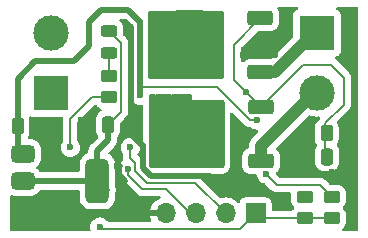
<source format=gbl>
G04 #@! TF.GenerationSoftware,KiCad,Pcbnew,7.0.11+dfsg-1build4*
G04 #@! TF.CreationDate,2025-07-05T19:07:05+02:00*
G04 #@! TF.ProjectId,25487,32353438-372e-46b6-9963-61645f706362,rev?*
G04 #@! TF.SameCoordinates,Original*
G04 #@! TF.FileFunction,Copper,L2,Bot*
G04 #@! TF.FilePolarity,Positive*
%FSLAX46Y46*%
G04 Gerber Fmt 4.6, Leading zero omitted, Abs format (unit mm)*
G04 Created by KiCad (PCBNEW 7.0.11+dfsg-1build4) date 2025-07-05 19:07:05*
%MOMM*%
%LPD*%
G01*
G04 APERTURE LIST*
G04 Aperture macros list*
%AMRoundRect*
0 Rectangle with rounded corners*
0 $1 Rounding radius*
0 $2 $3 $4 $5 $6 $7 $8 $9 X,Y pos of 4 corners*
0 Add a 4 corners polygon primitive as box body*
4,1,4,$2,$3,$4,$5,$6,$7,$8,$9,$2,$3,0*
0 Add four circle primitives for the rounded corners*
1,1,$1+$1,$2,$3*
1,1,$1+$1,$4,$5*
1,1,$1+$1,$6,$7*
1,1,$1+$1,$8,$9*
0 Add four rect primitives between the rounded corners*
20,1,$1+$1,$2,$3,$4,$5,0*
20,1,$1+$1,$4,$5,$6,$7,0*
20,1,$1+$1,$6,$7,$8,$9,0*
20,1,$1+$1,$8,$9,$2,$3,0*%
G04 Aperture macros list end*
G04 #@! TA.AperFunction,ComponentPad*
%ADD10R,1.700000X1.700000*%
G04 #@! TD*
G04 #@! TA.AperFunction,ComponentPad*
%ADD11O,1.700000X1.700000*%
G04 #@! TD*
G04 #@! TA.AperFunction,ComponentPad*
%ADD12R,3.000000X3.000000*%
G04 #@! TD*
G04 #@! TA.AperFunction,ComponentPad*
%ADD13C,3.000000*%
G04 #@! TD*
G04 #@! TA.AperFunction,SMDPad,CuDef*
%ADD14RoundRect,0.243750X0.456250X-0.243750X0.456250X0.243750X-0.456250X0.243750X-0.456250X-0.243750X0*%
G04 #@! TD*
G04 #@! TA.AperFunction,SMDPad,CuDef*
%ADD15RoundRect,0.250000X0.262500X0.450000X-0.262500X0.450000X-0.262500X-0.450000X0.262500X-0.450000X0*%
G04 #@! TD*
G04 #@! TA.AperFunction,SMDPad,CuDef*
%ADD16RoundRect,0.250000X-0.250000X-0.475000X0.250000X-0.475000X0.250000X0.475000X-0.250000X0.475000X0*%
G04 #@! TD*
G04 #@! TA.AperFunction,SMDPad,CuDef*
%ADD17RoundRect,0.250000X0.450000X-0.262500X0.450000X0.262500X-0.450000X0.262500X-0.450000X-0.262500X0*%
G04 #@! TD*
G04 #@! TA.AperFunction,SMDPad,CuDef*
%ADD18RoundRect,0.375000X-0.625000X-0.375000X0.625000X-0.375000X0.625000X0.375000X-0.625000X0.375000X0*%
G04 #@! TD*
G04 #@! TA.AperFunction,SMDPad,CuDef*
%ADD19RoundRect,0.500000X-0.500000X-1.400000X0.500000X-1.400000X0.500000X1.400000X-0.500000X1.400000X0*%
G04 #@! TD*
G04 #@! TA.AperFunction,SMDPad,CuDef*
%ADD20RoundRect,0.250000X-0.450000X0.262500X-0.450000X-0.262500X0.450000X-0.262500X0.450000X0.262500X0*%
G04 #@! TD*
G04 #@! TA.AperFunction,SMDPad,CuDef*
%ADD21RoundRect,0.250000X0.850000X0.350000X-0.850000X0.350000X-0.850000X-0.350000X0.850000X-0.350000X0*%
G04 #@! TD*
G04 #@! TA.AperFunction,SMDPad,CuDef*
%ADD22RoundRect,0.250000X1.275000X1.125000X-1.275000X1.125000X-1.275000X-1.125000X1.275000X-1.125000X0*%
G04 #@! TD*
G04 #@! TA.AperFunction,SMDPad,CuDef*
%ADD23RoundRect,0.249997X2.950003X2.650003X-2.950003X2.650003X-2.950003X-2.650003X2.950003X-2.650003X0*%
G04 #@! TD*
G04 #@! TA.AperFunction,SMDPad,CuDef*
%ADD24RoundRect,0.250000X0.250000X0.475000X-0.250000X0.475000X-0.250000X-0.475000X0.250000X-0.475000X0*%
G04 #@! TD*
G04 #@! TA.AperFunction,ViaPad*
%ADD25C,0.600000*%
G04 #@! TD*
G04 #@! TA.AperFunction,Conductor*
%ADD26C,0.500000*%
G04 #@! TD*
G04 #@! TA.AperFunction,Conductor*
%ADD27C,0.200000*%
G04 #@! TD*
G04 #@! TA.AperFunction,Conductor*
%ADD28C,1.000000*%
G04 #@! TD*
G04 APERTURE END LIST*
D10*
X121300000Y-118000000D03*
D11*
X118760000Y-118000000D03*
X116220000Y-118000000D03*
X113680000Y-118000000D03*
D12*
X104000000Y-107830000D03*
D13*
X104000000Y-102750000D03*
D12*
X126500000Y-102710000D03*
D13*
X126500000Y-107790000D03*
D14*
X108900000Y-104437500D03*
X108900000Y-102562500D03*
D15*
X127312500Y-111200000D03*
X125487500Y-111200000D03*
D16*
X125450000Y-113200000D03*
X127350000Y-113200000D03*
D17*
X127750000Y-118412500D03*
X127750000Y-116587500D03*
D18*
X101600000Y-117550000D03*
X101600000Y-115250000D03*
D19*
X107900000Y-115250000D03*
D18*
X101600000Y-112950000D03*
D17*
X125500000Y-118412500D03*
X125500000Y-116587500D03*
D20*
X108900000Y-106337500D03*
X108900000Y-108162500D03*
D21*
X121700000Y-101472500D03*
D22*
X117075000Y-105277500D03*
X117075000Y-102227500D03*
D23*
X115400000Y-103752500D03*
D22*
X113725000Y-105277500D03*
X113725000Y-102227500D03*
D21*
X121700000Y-106032500D03*
X121750000Y-109000000D03*
D22*
X117125000Y-112805000D03*
X117125000Y-109755000D03*
D23*
X115450000Y-111280000D03*
D22*
X113775000Y-112805000D03*
X113775000Y-109755000D03*
D21*
X121750000Y-113560000D03*
D16*
X108800000Y-110500000D03*
X110700000Y-110500000D03*
D24*
X103050000Y-110600000D03*
X101150000Y-110600000D03*
D25*
X120000000Y-112600000D03*
X127750000Y-115250000D03*
X106500000Y-110100000D03*
X111750000Y-112250000D03*
X123600000Y-112500000D03*
X128750000Y-103000000D03*
X128750000Y-103750000D03*
X107200000Y-110100000D03*
X107200000Y-110800000D03*
X129500000Y-103750000D03*
X122900000Y-104575000D03*
X120250000Y-104575000D03*
X110250000Y-101750000D03*
X127750000Y-114500000D03*
X128500000Y-115250000D03*
X103700000Y-114200000D03*
X106200000Y-114000000D03*
X101750000Y-116750000D03*
X128500000Y-114500000D03*
X106500000Y-110800000D03*
X129500000Y-103000000D03*
X109600000Y-114000000D03*
X111500000Y-101750000D03*
X121450000Y-110100000D03*
X111500000Y-108000000D03*
X108100000Y-119150000D03*
X107900000Y-116800000D03*
X113800000Y-108800000D03*
X113799997Y-108200000D03*
X113200000Y-108200000D03*
X113200000Y-108800000D03*
X110695000Y-112412500D03*
X110511291Y-114203178D03*
X120487500Y-107737500D03*
X116700000Y-103500000D03*
X116700000Y-101250000D03*
X116700000Y-102000000D03*
X116700000Y-102750000D03*
X122203611Y-114660000D03*
X125500000Y-116587500D03*
X105615000Y-112412500D03*
D26*
X120000000Y-112250000D02*
X120000000Y-112600000D01*
X112423122Y-114850000D02*
X117450000Y-114850000D01*
X110250000Y-101750000D02*
X110750000Y-102250000D01*
X110750000Y-102250000D02*
X110750000Y-111250000D01*
X110750000Y-111250000D02*
X111750000Y-112250000D01*
X109600000Y-114000000D02*
X109600000Y-113800000D01*
D27*
X111500000Y-112250000D02*
X111750000Y-112250000D01*
D26*
X117450000Y-114850000D02*
X117700000Y-115100000D01*
X120250000Y-104575000D02*
X122900000Y-104575000D01*
X119750000Y-112000000D02*
X120000000Y-112250000D01*
X111750000Y-112250000D02*
X111750000Y-114176878D01*
D27*
X113680000Y-118000000D02*
X113680000Y-117970256D01*
D26*
X110250000Y-115250000D02*
X109750000Y-114750000D01*
X109750000Y-114750000D02*
X109750000Y-114039336D01*
X109750000Y-114039336D02*
X109789336Y-114000000D01*
X109789336Y-114000000D02*
X109600000Y-114000000D01*
X111750000Y-114176878D02*
X112423122Y-114850000D01*
X107200000Y-101800000D02*
X107200000Y-103800000D01*
X111500000Y-101750000D02*
X110500000Y-100750000D01*
X101150000Y-106600000D02*
X101150000Y-110600000D01*
D27*
X120826471Y-110100000D02*
X121450000Y-110100000D01*
D26*
X101600000Y-112950000D02*
X101200000Y-112550000D01*
X105900000Y-105100000D02*
X102650000Y-105100000D01*
X111500000Y-101750000D02*
X111500000Y-108000000D01*
X101150000Y-112500000D02*
X101600000Y-112950000D01*
D27*
X118026471Y-107300000D02*
X120826471Y-110100000D01*
D26*
X107200000Y-103800000D02*
X105900000Y-105100000D01*
X108250000Y-100750000D02*
X107200000Y-101800000D01*
D27*
X111500000Y-107400000D02*
X111600000Y-107300000D01*
D26*
X102650000Y-105100000D02*
X101150000Y-106600000D01*
X110500000Y-100750000D02*
X108250000Y-100750000D01*
D27*
X111500000Y-108000000D02*
X111500000Y-107400000D01*
X101600000Y-112950000D02*
X101600000Y-113000000D01*
D26*
X101150000Y-110600000D02*
X101150000Y-112500000D01*
D27*
X111600000Y-107300000D02*
X118026471Y-107300000D01*
D26*
X107900000Y-112700000D02*
X107900000Y-115250000D01*
D27*
X127750000Y-118412500D02*
X121712500Y-118412500D01*
D26*
X108800000Y-111800000D02*
X107900000Y-112700000D01*
D27*
X109900000Y-109400000D02*
X108800000Y-110500000D01*
X109900000Y-103562500D02*
X109900000Y-109400000D01*
D26*
X108700000Y-116050000D02*
X107900000Y-115250000D01*
D27*
X120000000Y-119300000D02*
X108250000Y-119300000D01*
X121300000Y-118000000D02*
X120000000Y-119300000D01*
X121712500Y-118412500D02*
X121300000Y-118000000D01*
D26*
X107900000Y-115250000D02*
X101600000Y-115250000D01*
X108800000Y-110500000D02*
X108800000Y-111800000D01*
D27*
X108100000Y-119150000D02*
X107950000Y-119300000D01*
X108250000Y-119300000D02*
X108100000Y-119150000D01*
X108900000Y-102562500D02*
X109900000Y-103562500D01*
X108900000Y-104437500D02*
X108900000Y-106337500D01*
X112100000Y-115400000D02*
X116160000Y-115400000D01*
X110695000Y-113296474D02*
X111111291Y-113712765D01*
X116160000Y-115400000D02*
X118760000Y-118000000D01*
X111111291Y-113712765D02*
X111111291Y-114411291D01*
X111111291Y-114411291D02*
X112100000Y-115400000D01*
X110695000Y-112412500D02*
X110695000Y-113296474D01*
X110511291Y-114203178D02*
X110511291Y-114711291D01*
X115785254Y-118000000D02*
X116220000Y-118000000D01*
X110511291Y-114711291D02*
X111700000Y-115900000D01*
X113685254Y-115900000D02*
X115785254Y-118000000D01*
X111700000Y-115900000D02*
X113685254Y-115900000D01*
D28*
X122927500Y-106032500D02*
X126250000Y-102710000D01*
X121700000Y-106032500D02*
X122927500Y-106032500D01*
X126250000Y-107790000D02*
X121750000Y-112290000D01*
X121750000Y-112290000D02*
X121750000Y-113560000D01*
D27*
X119475000Y-103697500D02*
X121700000Y-101472500D01*
X127212500Y-113162500D02*
X127250000Y-113200000D01*
X127212500Y-110375000D02*
X127212500Y-111200000D01*
X128800000Y-106500000D02*
X127700000Y-105400000D01*
X127700000Y-105400000D02*
X125350000Y-105400000D01*
X127212500Y-111200000D02*
X127212500Y-113162500D01*
X119475000Y-106725000D02*
X119475000Y-103697500D01*
X128800000Y-108787500D02*
X127212500Y-110375000D01*
X120487500Y-107737500D02*
X119475000Y-106725000D01*
X125350000Y-105400000D02*
X121750000Y-109000000D01*
X128800000Y-108787500D02*
X128800000Y-106500000D01*
X120487500Y-107737500D02*
X121750000Y-109000000D01*
D26*
X117302500Y-102000000D02*
X117075000Y-102227500D01*
X118250000Y-102000000D02*
X117302500Y-102000000D01*
D27*
X122203611Y-114703611D02*
X123100000Y-115600000D01*
X122203611Y-114660000D02*
X122203611Y-114703611D01*
X126762500Y-115600000D02*
X127750000Y-116587500D01*
X123100000Y-115600000D02*
X126762500Y-115600000D01*
X105615000Y-109985000D02*
X107437500Y-108162500D01*
X105615000Y-112412500D02*
X105615000Y-109985000D01*
X107437500Y-108162500D02*
X108900000Y-108162500D01*
G04 #@! TA.AperFunction,Conductor*
G36*
X116943039Y-100819685D02*
G01*
X116988794Y-100872489D01*
X117000000Y-100924000D01*
X117000000Y-104526000D01*
X116980315Y-104593039D01*
X116927511Y-104638794D01*
X116876000Y-104650000D01*
X114624000Y-104650000D01*
X114556961Y-104630315D01*
X114511206Y-104577511D01*
X114500000Y-104526000D01*
X114500000Y-100924000D01*
X114519685Y-100856961D01*
X114572489Y-100811206D01*
X114624000Y-100800000D01*
X116876000Y-100800000D01*
X116943039Y-100819685D01*
G37*
G04 #@! TD.AperFunction*
G04 #@! TA.AperFunction,Conductor*
G36*
X110705703Y-108203401D02*
G01*
X110741542Y-108256160D01*
X110774210Y-108349521D01*
X110800315Y-108391066D01*
X110870184Y-108502262D01*
X110997738Y-108629816D01*
X111150478Y-108725789D01*
X111256821Y-108763000D01*
X111320745Y-108785368D01*
X111320750Y-108785369D01*
X111499996Y-108805565D01*
X111500000Y-108805565D01*
X111500003Y-108805565D01*
X111611616Y-108792989D01*
X111680438Y-108805043D01*
X111731818Y-108852392D01*
X111749500Y-108916209D01*
X111749500Y-113195047D01*
X111729815Y-113262086D01*
X111677011Y-113307841D01*
X111607853Y-113317785D01*
X111544297Y-113288760D01*
X111540313Y-113285050D01*
X111514519Y-113265258D01*
X111502325Y-113254564D01*
X111331819Y-113084058D01*
X111298334Y-113022735D01*
X111295500Y-112996377D01*
X111295500Y-112994912D01*
X111315185Y-112927873D01*
X111322555Y-112917597D01*
X111324810Y-112914767D01*
X111324816Y-112914762D01*
X111420789Y-112762022D01*
X111480368Y-112591755D01*
X111482571Y-112572203D01*
X111500565Y-112412503D01*
X111500565Y-112412496D01*
X111480369Y-112233250D01*
X111480368Y-112233245D01*
X111445213Y-112132779D01*
X111420789Y-112062978D01*
X111416316Y-112055860D01*
X111361950Y-111969336D01*
X111324816Y-111910238D01*
X111197262Y-111782684D01*
X111123909Y-111736593D01*
X111044523Y-111686711D01*
X110874254Y-111627131D01*
X110874249Y-111627130D01*
X110695004Y-111606935D01*
X110694996Y-111606935D01*
X110515750Y-111627130D01*
X110515745Y-111627131D01*
X110345476Y-111686711D01*
X110192737Y-111782684D01*
X110065184Y-111910237D01*
X109969211Y-112062976D01*
X109909631Y-112233245D01*
X109909630Y-112233250D01*
X109889435Y-112412496D01*
X109889435Y-112412503D01*
X109909630Y-112591749D01*
X109909631Y-112591754D01*
X109969211Y-112762023D01*
X110027362Y-112854568D01*
X110056111Y-112900323D01*
X110065185Y-112914763D01*
X110067445Y-112917597D01*
X110068334Y-112919775D01*
X110068889Y-112920658D01*
X110068734Y-112920755D01*
X110093855Y-112982283D01*
X110094500Y-112994912D01*
X110094500Y-113248986D01*
X110093439Y-113265171D01*
X110089318Y-113296472D01*
X110089318Y-113296474D01*
X110094500Y-113335834D01*
X110094500Y-113335835D01*
X110106469Y-113426751D01*
X110095703Y-113495786D01*
X110049505Y-113547928D01*
X110009030Y-113573361D01*
X110009026Y-113573364D01*
X109881475Y-113700915D01*
X109785502Y-113853654D01*
X109725922Y-114023923D01*
X109725921Y-114023928D01*
X109705726Y-114203174D01*
X109705726Y-114203181D01*
X109725921Y-114382427D01*
X109725922Y-114382432D01*
X109785502Y-114552701D01*
X109881475Y-114705440D01*
X109885816Y-114710883D01*
X109883958Y-114712364D01*
X109912102Y-114763905D01*
X109913875Y-114774078D01*
X109926246Y-114868051D01*
X109926247Y-114868053D01*
X109969186Y-114971718D01*
X109986755Y-115014132D01*
X110033816Y-115075463D01*
X110083010Y-115139574D01*
X110108060Y-115158795D01*
X110120255Y-115169490D01*
X111241799Y-116291034D01*
X111252493Y-116303228D01*
X111271715Y-116328279D01*
X111271716Y-116328280D01*
X111271718Y-116328282D01*
X111397159Y-116424536D01*
X111543238Y-116485044D01*
X111621619Y-116495363D01*
X111699999Y-116505682D01*
X111700000Y-116505682D01*
X111731302Y-116501560D01*
X111747487Y-116500500D01*
X113141988Y-116500500D01*
X113209027Y-116520185D01*
X113254782Y-116572989D01*
X113264726Y-116642147D01*
X113235701Y-116705703D01*
X113194393Y-116736882D01*
X113002422Y-116826399D01*
X113002420Y-116826400D01*
X112808926Y-116961886D01*
X112808920Y-116961891D01*
X112641891Y-117128920D01*
X112641886Y-117128926D01*
X112506400Y-117322420D01*
X112506399Y-117322422D01*
X112406570Y-117536507D01*
X112406567Y-117536513D01*
X112349364Y-117749999D01*
X112349364Y-117750000D01*
X113246314Y-117750000D01*
X113220507Y-117790156D01*
X113180000Y-117928111D01*
X113180000Y-118071889D01*
X113220507Y-118209844D01*
X113246314Y-118250000D01*
X112349364Y-118250000D01*
X112406567Y-118463486D01*
X112406570Y-118463492D01*
X112434363Y-118523095D01*
X112444855Y-118592173D01*
X112416335Y-118655957D01*
X112357859Y-118694196D01*
X112321981Y-118699500D01*
X108830810Y-118699500D01*
X108763771Y-118679815D01*
X108733865Y-118652815D01*
X108729816Y-118647738D01*
X108602262Y-118520184D01*
X108449523Y-118424211D01*
X108279254Y-118364631D01*
X108279249Y-118364630D01*
X108100004Y-118344435D01*
X108099996Y-118344435D01*
X107920750Y-118364630D01*
X107920745Y-118364631D01*
X107750476Y-118424211D01*
X107597737Y-118520184D01*
X107470184Y-118647737D01*
X107374211Y-118800476D01*
X107314631Y-118970745D01*
X107314630Y-118970750D01*
X107294435Y-119149996D01*
X107294435Y-119150003D01*
X107314630Y-119329249D01*
X107314632Y-119329257D01*
X107316483Y-119334546D01*
X107320044Y-119404325D01*
X107285315Y-119464952D01*
X107223322Y-119497179D01*
X107199441Y-119499500D01*
X100624500Y-119499500D01*
X100557461Y-119479815D01*
X100511706Y-119427011D01*
X100500500Y-119375500D01*
X100500500Y-116566548D01*
X100520185Y-116499509D01*
X100572989Y-116453754D01*
X100642147Y-116443810D01*
X100667261Y-116450154D01*
X100671297Y-116451636D01*
X100671307Y-116451641D01*
X100856111Y-116497600D01*
X100898877Y-116500500D01*
X102301122Y-116500499D01*
X102343889Y-116497600D01*
X102528693Y-116451641D01*
X102699296Y-116367030D01*
X102847722Y-116247722D01*
X102967030Y-116099296D01*
X102981854Y-116069406D01*
X103029275Y-116018093D01*
X103092942Y-116000500D01*
X106275501Y-116000500D01*
X106342540Y-116020185D01*
X106388295Y-116072989D01*
X106399501Y-116124500D01*
X106399501Y-116708034D01*
X106410113Y-116827415D01*
X106466089Y-117023045D01*
X106466090Y-117023048D01*
X106466091Y-117023049D01*
X106560302Y-117203407D01*
X106560304Y-117203409D01*
X106688890Y-117361109D01*
X106751695Y-117412319D01*
X106846593Y-117489698D01*
X107026951Y-117583909D01*
X107026953Y-117583909D01*
X107026954Y-117583910D01*
X107046355Y-117589461D01*
X107222582Y-117639886D01*
X107341963Y-117650500D01*
X108458036Y-117650499D01*
X108577418Y-117639886D01*
X108773049Y-117583909D01*
X108953407Y-117489698D01*
X109111109Y-117361109D01*
X109239698Y-117203407D01*
X109333909Y-117023049D01*
X109389886Y-116827418D01*
X109400500Y-116708037D01*
X109400499Y-116343202D01*
X109409260Y-116297422D01*
X109429862Y-116245567D01*
X109455289Y-116071977D01*
X109455064Y-116069406D01*
X109439999Y-115897203D01*
X109406793Y-115796994D01*
X109400499Y-115757990D01*
X109400499Y-113791971D01*
X109400499Y-113791964D01*
X109389886Y-113672582D01*
X109333909Y-113476951D01*
X109239698Y-113296593D01*
X109175667Y-113218065D01*
X109111109Y-113138890D01*
X109010928Y-113057204D01*
X108953407Y-113010302D01*
X108953404Y-113010300D01*
X108904480Y-112984744D01*
X108854173Y-112936257D01*
X108838066Y-112868269D01*
X108861273Y-112802366D01*
X108874205Y-112787161D01*
X109285642Y-112375724D01*
X109299257Y-112363958D01*
X109318530Y-112349610D01*
X109350383Y-112311648D01*
X109357671Y-112303694D01*
X109361590Y-112299777D01*
X109363670Y-112297147D01*
X109380811Y-112275467D01*
X109383094Y-112272664D01*
X109400472Y-112251955D01*
X109431302Y-112215214D01*
X109431303Y-112215211D01*
X109435272Y-112209179D01*
X109435323Y-112209212D01*
X109439369Y-112202860D01*
X109439317Y-112202828D01*
X109443105Y-112196683D01*
X109443111Y-112196677D01*
X109474829Y-112128655D01*
X109476369Y-112125476D01*
X109510040Y-112058433D01*
X109510043Y-112058417D01*
X109512510Y-112051644D01*
X109512568Y-112051665D01*
X109515043Y-112044546D01*
X109514985Y-112044527D01*
X109517255Y-112037677D01*
X109527317Y-111988943D01*
X109532431Y-111964171D01*
X109533186Y-111960767D01*
X109550500Y-111887721D01*
X109550500Y-111887719D01*
X109550501Y-111887715D01*
X109551339Y-111880548D01*
X109551397Y-111880554D01*
X109552164Y-111873056D01*
X109552104Y-111873051D01*
X109552733Y-111865860D01*
X109552698Y-111864672D01*
X109550552Y-111790889D01*
X109550500Y-111787283D01*
X109550500Y-111587230D01*
X109570185Y-111520191D01*
X109586819Y-111499549D01*
X109642712Y-111443656D01*
X109734814Y-111294334D01*
X109789999Y-111127797D01*
X109800500Y-111025009D01*
X109800499Y-110400095D01*
X109820183Y-110333057D01*
X109836813Y-110312420D01*
X110291043Y-109858190D01*
X110303223Y-109847509D01*
X110328282Y-109828282D01*
X110424536Y-109702841D01*
X110485044Y-109556762D01*
X110500500Y-109439361D01*
X110505682Y-109400000D01*
X110501561Y-109368697D01*
X110500500Y-109352512D01*
X110500500Y-108297114D01*
X110520185Y-108230075D01*
X110572989Y-108184320D01*
X110642147Y-108174376D01*
X110705703Y-108203401D01*
G37*
G04 #@! TD.AperFunction*
G04 #@! TA.AperFunction,Conductor*
G36*
X129942539Y-100520185D02*
G01*
X129988294Y-100572989D01*
X129999500Y-100624500D01*
X129999500Y-119375500D01*
X129979815Y-119442539D01*
X129927011Y-119488294D01*
X129875500Y-119499500D01*
X128730106Y-119499500D01*
X128663067Y-119479815D01*
X128617312Y-119427011D01*
X128607368Y-119357853D01*
X128636393Y-119294297D01*
X128665006Y-119269962D01*
X128668656Y-119267712D01*
X128792712Y-119143656D01*
X128884814Y-118994334D01*
X128939999Y-118827797D01*
X128950500Y-118725009D01*
X128950499Y-118099992D01*
X128939999Y-117997203D01*
X128884814Y-117830666D01*
X128792712Y-117681344D01*
X128699049Y-117587681D01*
X128665564Y-117526358D01*
X128670548Y-117456666D01*
X128699049Y-117412319D01*
X128792712Y-117318656D01*
X128884814Y-117169334D01*
X128939999Y-117002797D01*
X128950500Y-116900009D01*
X128950499Y-116274992D01*
X128950294Y-116272989D01*
X128939999Y-116172203D01*
X128939998Y-116172200D01*
X128932926Y-116150858D01*
X128884814Y-116005666D01*
X128792712Y-115856344D01*
X128668656Y-115732288D01*
X128519334Y-115640186D01*
X128352797Y-115585001D01*
X128352795Y-115585000D01*
X128250016Y-115574500D01*
X128250009Y-115574500D01*
X127637597Y-115574500D01*
X127570558Y-115554815D01*
X127549916Y-115538181D01*
X127220699Y-115208964D01*
X127210004Y-115196769D01*
X127190783Y-115171719D01*
X127180387Y-115163742D01*
X127065341Y-115075464D01*
X126919262Y-115014956D01*
X126919260Y-115014955D01*
X126854667Y-115006452D01*
X126762501Y-114994318D01*
X126762500Y-114994318D01*
X126731197Y-114998439D01*
X126715013Y-114999500D01*
X123400098Y-114999500D01*
X123333059Y-114979815D01*
X123312417Y-114963181D01*
X123045512Y-114696277D01*
X123012027Y-114634954D01*
X123017011Y-114565263D01*
X123058882Y-114509329D01*
X123068100Y-114503055D01*
X123068150Y-114503023D01*
X123068656Y-114502712D01*
X123192712Y-114378656D01*
X123284814Y-114229334D01*
X123339999Y-114062797D01*
X123350500Y-113960009D01*
X123350499Y-113159992D01*
X123348343Y-113138890D01*
X123339999Y-113057203D01*
X123339998Y-113057200D01*
X123324458Y-113010304D01*
X123284814Y-112890666D01*
X123192712Y-112741344D01*
X123068656Y-112617288D01*
X123068653Y-112617285D01*
X123059238Y-112611478D01*
X123012515Y-112559528D01*
X123001296Y-112490565D01*
X123029142Y-112426484D01*
X123036647Y-112418272D01*
X125737014Y-109717904D01*
X125798335Y-109684421D01*
X125868023Y-109689404D01*
X125911157Y-109705493D01*
X125934956Y-109714370D01*
X126214566Y-109775195D01*
X126214568Y-109775195D01*
X126214572Y-109775196D01*
X126468220Y-109793337D01*
X126499999Y-109795610D01*
X126500000Y-109795610D01*
X126648254Y-109785006D01*
X126716524Y-109799857D01*
X126765930Y-109849262D01*
X126780782Y-109917535D01*
X126756366Y-109983000D01*
X126755476Y-109984174D01*
X126732360Y-110014301D01*
X126732358Y-110014304D01*
X126687959Y-110072164D01*
X126686245Y-110075134D01*
X126683560Y-110077897D01*
X126683017Y-110078606D01*
X126682934Y-110078542D01*
X126643960Y-110118665D01*
X126581344Y-110157287D01*
X126457289Y-110281342D01*
X126365187Y-110430663D01*
X126365185Y-110430668D01*
X126345182Y-110491034D01*
X126310001Y-110597203D01*
X126310001Y-110597204D01*
X126310000Y-110597204D01*
X126299500Y-110699983D01*
X126299500Y-111700001D01*
X126299501Y-111700019D01*
X126310000Y-111802796D01*
X126310001Y-111802799D01*
X126345602Y-111910234D01*
X126365186Y-111969334D01*
X126453538Y-112112577D01*
X126457289Y-112118657D01*
X126471411Y-112132779D01*
X126504896Y-112194102D01*
X126499912Y-112263794D01*
X126489269Y-112285556D01*
X126415189Y-112405659D01*
X126415185Y-112405668D01*
X126399729Y-112452311D01*
X126360001Y-112572203D01*
X126360001Y-112572204D01*
X126360000Y-112572204D01*
X126349500Y-112674983D01*
X126349500Y-113725001D01*
X126349501Y-113725019D01*
X126360000Y-113827796D01*
X126360001Y-113827799D01*
X126415185Y-113994331D01*
X126415187Y-113994336D01*
X126433440Y-114023928D01*
X126507288Y-114143656D01*
X126631344Y-114267712D01*
X126780666Y-114359814D01*
X126947203Y-114414999D01*
X127049991Y-114425500D01*
X127650008Y-114425499D01*
X127650016Y-114425498D01*
X127650019Y-114425498D01*
X127706302Y-114419748D01*
X127752797Y-114414999D01*
X127919334Y-114359814D01*
X128068656Y-114267712D01*
X128192712Y-114143656D01*
X128284814Y-113994334D01*
X128339999Y-113827797D01*
X128350500Y-113725009D01*
X128350499Y-112674992D01*
X128344604Y-112617288D01*
X128339999Y-112572203D01*
X128339998Y-112572200D01*
X128327932Y-112535788D01*
X128284814Y-112405666D01*
X128192712Y-112256344D01*
X128192709Y-112256341D01*
X128188234Y-112250681D01*
X128189626Y-112249579D01*
X128160566Y-112196360D01*
X128165550Y-112126668D01*
X128176190Y-112104909D01*
X128259814Y-111969334D01*
X128314999Y-111802797D01*
X128325500Y-111700009D01*
X128325499Y-110699992D01*
X128314999Y-110597203D01*
X128259814Y-110430666D01*
X128259810Y-110430659D01*
X128214482Y-110357170D01*
X128196042Y-110289778D01*
X128216965Y-110223114D01*
X128232335Y-110204398D01*
X129191043Y-109245690D01*
X129203223Y-109235009D01*
X129228282Y-109215782D01*
X129324536Y-109090341D01*
X129385044Y-108944262D01*
X129400500Y-108826861D01*
X129405682Y-108787500D01*
X129405401Y-108785369D01*
X129401561Y-108756197D01*
X129400500Y-108740012D01*
X129400500Y-106547487D01*
X129401561Y-106531301D01*
X129405682Y-106499999D01*
X129405682Y-106499998D01*
X129385044Y-106343239D01*
X129385042Y-106343234D01*
X129324538Y-106197163D01*
X129324537Y-106197162D01*
X129324536Y-106197159D01*
X129315041Y-106184785D01*
X129228282Y-106071718D01*
X129220510Y-106065754D01*
X129203228Y-106052493D01*
X129191034Y-106041799D01*
X128158199Y-105008964D01*
X128147504Y-104996769D01*
X128128282Y-104971718D01*
X128063926Y-104922336D01*
X128022724Y-104865909D01*
X128018569Y-104796163D01*
X128052781Y-104735243D01*
X128100944Y-104708758D01*
X128100215Y-104706802D01*
X128242328Y-104653797D01*
X128242327Y-104653797D01*
X128242331Y-104653796D01*
X128357546Y-104567546D01*
X128443796Y-104452331D01*
X128494091Y-104317483D01*
X128500500Y-104257873D01*
X128500499Y-101162128D01*
X128494091Y-101102517D01*
X128482892Y-101072492D01*
X128443797Y-100967671D01*
X128443793Y-100967664D01*
X128357547Y-100852455D01*
X128357544Y-100852452D01*
X128242335Y-100766206D01*
X128242328Y-100766202D01*
X128173904Y-100740682D01*
X128117970Y-100698811D01*
X128093553Y-100633347D01*
X128108405Y-100565074D01*
X128157810Y-100515668D01*
X128217237Y-100500500D01*
X129875500Y-100500500D01*
X129942539Y-100520185D01*
G37*
G04 #@! TD.AperFunction*
G04 #@! TA.AperFunction,Conductor*
G36*
X119355703Y-109478913D02*
G01*
X119362181Y-109484945D01*
X120368270Y-110491034D01*
X120378964Y-110503228D01*
X120398189Y-110528282D01*
X120484249Y-110594318D01*
X120523630Y-110624536D01*
X120669709Y-110685044D01*
X120826471Y-110705682D01*
X120852305Y-110702280D01*
X120921337Y-110713044D01*
X120945808Y-110728276D01*
X120947735Y-110729813D01*
X120947738Y-110729816D01*
X121100478Y-110825789D01*
X121270745Y-110885368D01*
X121270750Y-110885369D01*
X121375445Y-110897164D01*
X121436352Y-110904027D01*
X121500766Y-110931093D01*
X121540321Y-110988688D01*
X121542459Y-111058525D01*
X121510150Y-111114928D01*
X121052646Y-111572432D01*
X121050399Y-111574624D01*
X120986946Y-111634942D01*
X120953245Y-111683361D01*
X120947574Y-111690882D01*
X120910302Y-111736592D01*
X120910298Y-111736598D01*
X120896209Y-111763568D01*
X120888082Y-111776983D01*
X120870702Y-111801955D01*
X120847438Y-111856165D01*
X120843398Y-111864672D01*
X120816090Y-111916951D01*
X120816090Y-111916952D01*
X120807720Y-111946201D01*
X120802459Y-111960979D01*
X120790459Y-111988943D01*
X120783093Y-112024787D01*
X120779033Y-112044546D01*
X120778588Y-112046711D01*
X120776342Y-112055860D01*
X120760113Y-112112577D01*
X120758886Y-112128689D01*
X120758326Y-112136051D01*
X120757802Y-112142926D01*
X120755622Y-112158466D01*
X120749500Y-112188258D01*
X120749500Y-112247240D01*
X120749142Y-112256656D01*
X120744662Y-112315474D01*
X120748506Y-112345649D01*
X120749500Y-112361317D01*
X120749500Y-112379699D01*
X120729815Y-112446738D01*
X120677011Y-112492493D01*
X120664507Y-112497403D01*
X120631962Y-112508188D01*
X120580668Y-112525185D01*
X120580663Y-112525187D01*
X120431342Y-112617289D01*
X120307289Y-112741342D01*
X120215187Y-112890663D01*
X120215185Y-112890668D01*
X120197487Y-112944078D01*
X120160001Y-113057203D01*
X120160001Y-113057204D01*
X120160000Y-113057204D01*
X120149500Y-113159983D01*
X120149500Y-113960001D01*
X120149501Y-113960019D01*
X120160000Y-114062796D01*
X120160001Y-114062799D01*
X120206517Y-114203174D01*
X120215186Y-114229334D01*
X120307288Y-114378656D01*
X120431344Y-114502712D01*
X120580666Y-114594814D01*
X120747203Y-114649999D01*
X120849991Y-114660500D01*
X121287288Y-114660499D01*
X121354327Y-114680183D01*
X121400082Y-114732987D01*
X121410508Y-114770615D01*
X121418241Y-114839249D01*
X121477821Y-115009521D01*
X121559539Y-115139574D01*
X121573795Y-115162262D01*
X121701349Y-115289816D01*
X121854089Y-115385789D01*
X122024356Y-115445368D01*
X122062130Y-115449624D01*
X122126542Y-115476689D01*
X122135927Y-115485163D01*
X122641803Y-115991039D01*
X122652497Y-116003233D01*
X122671717Y-116028281D01*
X122699983Y-116049970D01*
X122700003Y-116049987D01*
X122797157Y-116124535D01*
X122797158Y-116124535D01*
X122797159Y-116124536D01*
X122943238Y-116185044D01*
X123021619Y-116195363D01*
X123099999Y-116205682D01*
X123100000Y-116205682D01*
X123131302Y-116201560D01*
X123147487Y-116200500D01*
X124175500Y-116200500D01*
X124242539Y-116220185D01*
X124288294Y-116272989D01*
X124299500Y-116324500D01*
X124299500Y-116900001D01*
X124299501Y-116900019D01*
X124310000Y-117002796D01*
X124310001Y-117002799D01*
X124365185Y-117169331D01*
X124365187Y-117169336D01*
X124457289Y-117318657D01*
X124550951Y-117412319D01*
X124584436Y-117473642D01*
X124579452Y-117543334D01*
X124550951Y-117587681D01*
X124457289Y-117681342D01*
X124443035Y-117704452D01*
X124414942Y-117749999D01*
X124413031Y-117753097D01*
X124361083Y-117799821D01*
X124307492Y-117812000D01*
X122774499Y-117812000D01*
X122707460Y-117792315D01*
X122661705Y-117739511D01*
X122650499Y-117688000D01*
X122650499Y-117102129D01*
X122650498Y-117102123D01*
X122644091Y-117042516D01*
X122593797Y-116907671D01*
X122593793Y-116907664D01*
X122507547Y-116792455D01*
X122507544Y-116792452D01*
X122392335Y-116706206D01*
X122392328Y-116706202D01*
X122257482Y-116655908D01*
X122257483Y-116655908D01*
X122197883Y-116649501D01*
X122197881Y-116649500D01*
X122197873Y-116649500D01*
X122197864Y-116649500D01*
X120402129Y-116649500D01*
X120402123Y-116649501D01*
X120342516Y-116655908D01*
X120207671Y-116706202D01*
X120207664Y-116706206D01*
X120092455Y-116792452D01*
X120092452Y-116792455D01*
X120006206Y-116907664D01*
X120006203Y-116907669D01*
X119957189Y-117039083D01*
X119915317Y-117095016D01*
X119849853Y-117119433D01*
X119781580Y-117104581D01*
X119753326Y-117083430D01*
X119631402Y-116961506D01*
X119631395Y-116961501D01*
X119437834Y-116825967D01*
X119437830Y-116825965D01*
X119414867Y-116815257D01*
X119223663Y-116726097D01*
X119223659Y-116726096D01*
X119223655Y-116726094D01*
X118995413Y-116664938D01*
X118995403Y-116664936D01*
X118760001Y-116644341D01*
X118759999Y-116644341D01*
X118524596Y-116664936D01*
X118524583Y-116664939D01*
X118396241Y-116699327D01*
X118326392Y-116697664D01*
X118276468Y-116667233D01*
X116618199Y-115008964D01*
X116607503Y-114996767D01*
X116588284Y-114971720D01*
X116588285Y-114971720D01*
X116498565Y-114902876D01*
X116457362Y-114846448D01*
X116453207Y-114776702D01*
X116487419Y-114715782D01*
X116549137Y-114683029D01*
X116574051Y-114680500D01*
X118450007Y-114680500D01*
X118450012Y-114680500D01*
X118552800Y-114669999D01*
X118719336Y-114614815D01*
X118868657Y-114522712D01*
X118992712Y-114398657D01*
X119084815Y-114249336D01*
X119139999Y-114082800D01*
X119150500Y-113980012D01*
X119150500Y-109572626D01*
X119170185Y-109505587D01*
X119222989Y-109459832D01*
X119292147Y-109449888D01*
X119355703Y-109478913D01*
G37*
G04 #@! TD.AperFunction*
G04 #@! TA.AperFunction,Conductor*
G36*
X107762310Y-108789438D02*
G01*
X107818243Y-108831310D01*
X107824514Y-108840522D01*
X107831836Y-108852392D01*
X107857288Y-108893656D01*
X107981344Y-109017712D01*
X108130666Y-109109814D01*
X108186262Y-109128236D01*
X108243706Y-109168009D01*
X108270529Y-109232525D01*
X108258214Y-109301300D01*
X108212354Y-109351481D01*
X108081342Y-109432289D01*
X107957289Y-109556342D01*
X107865187Y-109705663D01*
X107865185Y-109705668D01*
X107861130Y-109717906D01*
X107810001Y-109872203D01*
X107810001Y-109872204D01*
X107810000Y-109872204D01*
X107799500Y-109974983D01*
X107799500Y-111025001D01*
X107799501Y-111025019D01*
X107810000Y-111127796D01*
X107810001Y-111127799D01*
X107843137Y-111227795D01*
X107865186Y-111294334D01*
X107957288Y-111443656D01*
X107957289Y-111443657D01*
X107958344Y-111445367D01*
X107976784Y-111512760D01*
X107955861Y-111579423D01*
X107940486Y-111598145D01*
X107414358Y-112124272D01*
X107400729Y-112136051D01*
X107381469Y-112150390D01*
X107349632Y-112188331D01*
X107342346Y-112196284D01*
X107338407Y-112200224D01*
X107319176Y-112224545D01*
X107316902Y-112227337D01*
X107268694Y-112284790D01*
X107264729Y-112290819D01*
X107264682Y-112290788D01*
X107260630Y-112297147D01*
X107260679Y-112297177D01*
X107256889Y-112303321D01*
X107225192Y-112371294D01*
X107223623Y-112374536D01*
X107189957Y-112441572D01*
X107187488Y-112448357D01*
X107187432Y-112448336D01*
X107184960Y-112455450D01*
X107185015Y-112455469D01*
X107182743Y-112462325D01*
X107167573Y-112535788D01*
X107166793Y-112539304D01*
X107149499Y-112612279D01*
X107148661Y-112619454D01*
X107148601Y-112619447D01*
X107147835Y-112626945D01*
X107147895Y-112626951D01*
X107147265Y-112634140D01*
X107149448Y-112709128D01*
X107149500Y-112712735D01*
X107149500Y-112787529D01*
X107129815Y-112854568D01*
X107077011Y-112900323D01*
X107059613Y-112906744D01*
X107026956Y-112916088D01*
X106941683Y-112960631D01*
X106846593Y-113010302D01*
X106846591Y-113010303D01*
X106846590Y-113010304D01*
X106688890Y-113138890D01*
X106560399Y-113296474D01*
X106560302Y-113296593D01*
X106513196Y-113386772D01*
X106466089Y-113476954D01*
X106410114Y-113672583D01*
X106410113Y-113672586D01*
X106399500Y-113791966D01*
X106399500Y-114375500D01*
X106379815Y-114442539D01*
X106327011Y-114488294D01*
X106275500Y-114499500D01*
X103092942Y-114499500D01*
X103025903Y-114479815D01*
X102981854Y-114430594D01*
X102967030Y-114400704D01*
X102847722Y-114252278D01*
X102847721Y-114252277D01*
X102778514Y-114196647D01*
X102738595Y-114139304D01*
X102736015Y-114069482D01*
X102771594Y-114009349D01*
X102778514Y-114003353D01*
X102787909Y-113995800D01*
X102847722Y-113947722D01*
X102967030Y-113799296D01*
X103051641Y-113628693D01*
X103097600Y-113443889D01*
X103100500Y-113401123D01*
X103100499Y-112498878D01*
X103097600Y-112456111D01*
X103051641Y-112271307D01*
X103042043Y-112251955D01*
X102967032Y-112100707D01*
X102967030Y-112100704D01*
X102847722Y-111952278D01*
X102847721Y-111952277D01*
X102699295Y-111832969D01*
X102699292Y-111832967D01*
X102528697Y-111748360D01*
X102343892Y-111702400D01*
X102318229Y-111700660D01*
X102301123Y-111699500D01*
X102301121Y-111699500D01*
X102118761Y-111699500D01*
X102051722Y-111679815D01*
X102005967Y-111627011D01*
X101996023Y-111557853D01*
X102013222Y-111510403D01*
X102019917Y-111499549D01*
X102084814Y-111394334D01*
X102139999Y-111227797D01*
X102150500Y-111125009D01*
X102150499Y-110074992D01*
X102139999Y-109972203D01*
X102129774Y-109941346D01*
X102127371Y-109871517D01*
X102163102Y-109811475D01*
X102225622Y-109780282D01*
X102290812Y-109786158D01*
X102392517Y-109824091D01*
X102392516Y-109824091D01*
X102399444Y-109824835D01*
X102452127Y-109830500D01*
X104888263Y-109830499D01*
X104955302Y-109850184D01*
X105001057Y-109902987D01*
X105011203Y-109970681D01*
X105009318Y-109985001D01*
X105013439Y-110016301D01*
X105014500Y-110032487D01*
X105014500Y-111830087D01*
X104994815Y-111897126D01*
X104987450Y-111907396D01*
X104985186Y-111910234D01*
X104889211Y-112062976D01*
X104829631Y-112233245D01*
X104829630Y-112233250D01*
X104809435Y-112412496D01*
X104809435Y-112412503D01*
X104829630Y-112591749D01*
X104829631Y-112591754D01*
X104889211Y-112762023D01*
X104970043Y-112890666D01*
X104985184Y-112914762D01*
X105112738Y-113042316D01*
X105265478Y-113138289D01*
X105327476Y-113159983D01*
X105435745Y-113197868D01*
X105435750Y-113197869D01*
X105614996Y-113218065D01*
X105615000Y-113218065D01*
X105615004Y-113218065D01*
X105794249Y-113197869D01*
X105794252Y-113197868D01*
X105794255Y-113197868D01*
X105964522Y-113138289D01*
X106117262Y-113042316D01*
X106244816Y-112914762D01*
X106340789Y-112762022D01*
X106400368Y-112591755D01*
X106402571Y-112572203D01*
X106420565Y-112412503D01*
X106420565Y-112412496D01*
X106400369Y-112233250D01*
X106400368Y-112233245D01*
X106365213Y-112132779D01*
X106340789Y-112062978D01*
X106336316Y-112055860D01*
X106281950Y-111969336D01*
X106244816Y-111910238D01*
X106244814Y-111910236D01*
X106244813Y-111910234D01*
X106242550Y-111907396D01*
X106241659Y-111905215D01*
X106241111Y-111904342D01*
X106241264Y-111904245D01*
X106216144Y-111842709D01*
X106215500Y-111830087D01*
X106215500Y-110285097D01*
X106235185Y-110218058D01*
X106251819Y-110197416D01*
X106892893Y-109556342D01*
X107631297Y-108817937D01*
X107692618Y-108784454D01*
X107762310Y-108789438D01*
G37*
G04 #@! TD.AperFunction*
G04 #@! TA.AperFunction,Conductor*
G36*
X110204809Y-101520185D02*
G01*
X110225451Y-101536819D01*
X110713181Y-102024548D01*
X110746666Y-102085871D01*
X110749500Y-102112229D01*
X110749500Y-103522600D01*
X110737952Y-103561926D01*
X110748019Y-103583294D01*
X110749500Y-103602399D01*
X110749500Y-107700028D01*
X110742538Y-107740993D01*
X110741538Y-107743850D01*
X110700811Y-107800623D01*
X110635856Y-107826364D01*
X110567295Y-107812902D01*
X110516897Y-107764510D01*
X110500500Y-107702885D01*
X110500500Y-103609994D01*
X110501561Y-103593807D01*
X110502561Y-103586212D01*
X110511690Y-103565575D01*
X110506523Y-103557535D01*
X110502561Y-103538786D01*
X110499382Y-103514638D01*
X110485044Y-103405738D01*
X110424536Y-103259659D01*
X110384350Y-103207288D01*
X110328282Y-103134218D01*
X110328281Y-103134217D01*
X110303228Y-103114993D01*
X110291034Y-103104299D01*
X110136654Y-102949919D01*
X110103169Y-102888596D01*
X110100749Y-102859005D01*
X110100500Y-102859005D01*
X110100500Y-102855966D01*
X110100496Y-102855918D01*
X110100500Y-102855839D01*
X110100500Y-102269157D01*
X110100499Y-102269144D01*
X110090087Y-102167225D01*
X110035362Y-102002075D01*
X110035358Y-102002069D01*
X110035357Y-102002066D01*
X109944028Y-101854000D01*
X109944025Y-101853996D01*
X109821004Y-101730975D01*
X109821003Y-101730974D01*
X109819487Y-101730038D01*
X109818666Y-101729126D01*
X109815336Y-101726493D01*
X109815785Y-101725924D01*
X109772763Y-101678093D01*
X109761539Y-101609130D01*
X109789381Y-101545048D01*
X109847449Y-101506191D01*
X109884583Y-101500500D01*
X110137770Y-101500500D01*
X110204809Y-101520185D01*
G37*
G04 #@! TD.AperFunction*
G04 #@! TA.AperFunction,Conductor*
G36*
X124849802Y-100520185D02*
G01*
X124895557Y-100572989D01*
X124905501Y-100642147D01*
X124876476Y-100705703D01*
X124826096Y-100740682D01*
X124757671Y-100766202D01*
X124757664Y-100766206D01*
X124642455Y-100852452D01*
X124642452Y-100852455D01*
X124556206Y-100967664D01*
X124556202Y-100967671D01*
X124505908Y-101102517D01*
X124499501Y-101162116D01*
X124499501Y-101162123D01*
X124499500Y-101162135D01*
X124499500Y-102994217D01*
X124479815Y-103061256D01*
X124463181Y-103081898D01*
X122649397Y-104895681D01*
X122588074Y-104929166D01*
X122561716Y-104932000D01*
X120799998Y-104932000D01*
X120799981Y-104932001D01*
X120697203Y-104942500D01*
X120697200Y-104942501D01*
X120530668Y-104997685D01*
X120530663Y-104997687D01*
X120381342Y-105089789D01*
X120287181Y-105183951D01*
X120225858Y-105217436D01*
X120156166Y-105212452D01*
X120100233Y-105170580D01*
X120075816Y-105105116D01*
X120075500Y-105096270D01*
X120075500Y-103997596D01*
X120095185Y-103930557D01*
X120111814Y-103909920D01*
X121412416Y-102609317D01*
X121473739Y-102575833D01*
X121500097Y-102572999D01*
X122600002Y-102572999D01*
X122600008Y-102572999D01*
X122702797Y-102562499D01*
X122869334Y-102507314D01*
X123018656Y-102415212D01*
X123142712Y-102291156D01*
X123234814Y-102141834D01*
X123289999Y-101975297D01*
X123300500Y-101872509D01*
X123300499Y-101072492D01*
X123299506Y-101062775D01*
X123289999Y-100969703D01*
X123289998Y-100969700D01*
X123275396Y-100925635D01*
X123234814Y-100803166D01*
X123164763Y-100689595D01*
X123146324Y-100622204D01*
X123167247Y-100555541D01*
X123220889Y-100510771D01*
X123270303Y-100500500D01*
X124782763Y-100500500D01*
X124849802Y-100520185D01*
G37*
G04 #@! TD.AperFunction*
G04 #@! TA.AperFunction,Conductor*
G36*
X114143039Y-107920185D02*
G01*
X114188794Y-107972989D01*
X114200000Y-108024500D01*
X114200000Y-109076000D01*
X114180315Y-109143039D01*
X114127511Y-109188794D01*
X114076000Y-109200000D01*
X112924000Y-109200000D01*
X112856961Y-109180315D01*
X112811206Y-109127511D01*
X112800000Y-109076000D01*
X112800000Y-108024500D01*
X112819685Y-107957461D01*
X112872489Y-107911706D01*
X112924000Y-107900500D01*
X114076000Y-107900500D01*
X114143039Y-107920185D01*
G37*
G04 #@! TD.AperFunction*
G04 #@! TA.AperFunction,Conductor*
G36*
X112800000Y-108800000D02*
G01*
X112424000Y-108800000D01*
X112356961Y-108780315D01*
X112311206Y-108727511D01*
X112300000Y-108676000D01*
X112300000Y-108056352D01*
X112300780Y-108042468D01*
X112304369Y-108010616D01*
X112331436Y-107946202D01*
X112389031Y-107906647D01*
X112427589Y-107900500D01*
X112800000Y-107900500D01*
X112800000Y-108800000D01*
G37*
G04 #@! TD.AperFunction*
G04 #@! TA.AperFunction,Conductor*
G36*
X115843039Y-107920185D02*
G01*
X115888794Y-107972989D01*
X115900000Y-108024500D01*
X115900000Y-108676000D01*
X115880315Y-108743039D01*
X115827511Y-108788794D01*
X115776000Y-108800000D01*
X114200000Y-108800000D01*
X114200000Y-107900500D01*
X115776000Y-107900500D01*
X115843039Y-107920185D01*
G37*
G04 #@! TD.AperFunction*
M02*

</source>
